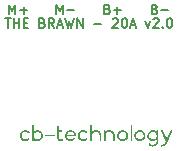
<source format=gbr>
%TF.GenerationSoftware,KiCad,Pcbnew,7.0.2-6a45011f42~172~ubuntu22.04.1*%
%TF.CreationDate,2023-05-29T23:07:21+12:00*%
%TF.ProjectId,THE_BRAWN-20A_POWER,5448455f-4252-4415-974e-2d3230415f50,v2.0*%
%TF.SameCoordinates,Original*%
%TF.FileFunction,Legend,Top*%
%TF.FilePolarity,Positive*%
%FSLAX46Y46*%
G04 Gerber Fmt 4.6, Leading zero omitted, Abs format (unit mm)*
G04 Created by KiCad (PCBNEW 7.0.2-6a45011f42~172~ubuntu22.04.1) date 2023-05-29 23:07:21*
%MOMM*%
%LPD*%
G01*
G04 APERTURE LIST*
%ADD10C,0.150000*%
G04 APERTURE END LIST*
D10*
X138738095Y-153320095D02*
X138738095Y-152520095D01*
X138738095Y-152520095D02*
X139004761Y-153091523D01*
X139004761Y-153091523D02*
X139271428Y-152520095D01*
X139271428Y-152520095D02*
X139271428Y-153320095D01*
X139652381Y-153015333D02*
X140261905Y-153015333D01*
X139957143Y-153320095D02*
X139957143Y-152710571D01*
X147061904Y-152901047D02*
X147176190Y-152939142D01*
X147176190Y-152939142D02*
X147214285Y-152977238D01*
X147214285Y-152977238D02*
X147252381Y-153053428D01*
X147252381Y-153053428D02*
X147252381Y-153167714D01*
X147252381Y-153167714D02*
X147214285Y-153243904D01*
X147214285Y-153243904D02*
X147176190Y-153282000D01*
X147176190Y-153282000D02*
X147100000Y-153320095D01*
X147100000Y-153320095D02*
X146795238Y-153320095D01*
X146795238Y-153320095D02*
X146795238Y-152520095D01*
X146795238Y-152520095D02*
X147061904Y-152520095D01*
X147061904Y-152520095D02*
X147138095Y-152558190D01*
X147138095Y-152558190D02*
X147176190Y-152596285D01*
X147176190Y-152596285D02*
X147214285Y-152672476D01*
X147214285Y-152672476D02*
X147214285Y-152748666D01*
X147214285Y-152748666D02*
X147176190Y-152824857D01*
X147176190Y-152824857D02*
X147138095Y-152862952D01*
X147138095Y-152862952D02*
X147061904Y-152901047D01*
X147061904Y-152901047D02*
X146795238Y-152901047D01*
X147595238Y-153015333D02*
X148204762Y-153015333D01*
X147900000Y-153320095D02*
X147900000Y-152710571D01*
X138395237Y-153670095D02*
X138852380Y-153670095D01*
X138623808Y-154470095D02*
X138623808Y-153670095D01*
X139119047Y-154470095D02*
X139119047Y-153670095D01*
X139119047Y-154051047D02*
X139576190Y-154051047D01*
X139576190Y-154470095D02*
X139576190Y-153670095D01*
X139957142Y-154051047D02*
X140223808Y-154051047D01*
X140338094Y-154470095D02*
X139957142Y-154470095D01*
X139957142Y-154470095D02*
X139957142Y-153670095D01*
X139957142Y-153670095D02*
X140338094Y-153670095D01*
X141557142Y-154051047D02*
X141671428Y-154089142D01*
X141671428Y-154089142D02*
X141709523Y-154127238D01*
X141709523Y-154127238D02*
X141747619Y-154203428D01*
X141747619Y-154203428D02*
X141747619Y-154317714D01*
X141747619Y-154317714D02*
X141709523Y-154393904D01*
X141709523Y-154393904D02*
X141671428Y-154432000D01*
X141671428Y-154432000D02*
X141595238Y-154470095D01*
X141595238Y-154470095D02*
X141290476Y-154470095D01*
X141290476Y-154470095D02*
X141290476Y-153670095D01*
X141290476Y-153670095D02*
X141557142Y-153670095D01*
X141557142Y-153670095D02*
X141633333Y-153708190D01*
X141633333Y-153708190D02*
X141671428Y-153746285D01*
X141671428Y-153746285D02*
X141709523Y-153822476D01*
X141709523Y-153822476D02*
X141709523Y-153898666D01*
X141709523Y-153898666D02*
X141671428Y-153974857D01*
X141671428Y-153974857D02*
X141633333Y-154012952D01*
X141633333Y-154012952D02*
X141557142Y-154051047D01*
X141557142Y-154051047D02*
X141290476Y-154051047D01*
X142547619Y-154470095D02*
X142280952Y-154089142D01*
X142090476Y-154470095D02*
X142090476Y-153670095D01*
X142090476Y-153670095D02*
X142395238Y-153670095D01*
X142395238Y-153670095D02*
X142471428Y-153708190D01*
X142471428Y-153708190D02*
X142509523Y-153746285D01*
X142509523Y-153746285D02*
X142547619Y-153822476D01*
X142547619Y-153822476D02*
X142547619Y-153936761D01*
X142547619Y-153936761D02*
X142509523Y-154012952D01*
X142509523Y-154012952D02*
X142471428Y-154051047D01*
X142471428Y-154051047D02*
X142395238Y-154089142D01*
X142395238Y-154089142D02*
X142090476Y-154089142D01*
X142852380Y-154241523D02*
X143233333Y-154241523D01*
X142776190Y-154470095D02*
X143042857Y-153670095D01*
X143042857Y-153670095D02*
X143309523Y-154470095D01*
X143499999Y-153670095D02*
X143690475Y-154470095D01*
X143690475Y-154470095D02*
X143842856Y-153898666D01*
X143842856Y-153898666D02*
X143995237Y-154470095D01*
X143995237Y-154470095D02*
X144185714Y-153670095D01*
X144490476Y-154470095D02*
X144490476Y-153670095D01*
X144490476Y-153670095D02*
X144947619Y-154470095D01*
X144947619Y-154470095D02*
X144947619Y-153670095D01*
X145938095Y-154165333D02*
X146547619Y-154165333D01*
X147499999Y-153746285D02*
X147538095Y-153708190D01*
X147538095Y-153708190D02*
X147614285Y-153670095D01*
X147614285Y-153670095D02*
X147804761Y-153670095D01*
X147804761Y-153670095D02*
X147880952Y-153708190D01*
X147880952Y-153708190D02*
X147919047Y-153746285D01*
X147919047Y-153746285D02*
X147957142Y-153822476D01*
X147957142Y-153822476D02*
X147957142Y-153898666D01*
X147957142Y-153898666D02*
X147919047Y-154012952D01*
X147919047Y-154012952D02*
X147461904Y-154470095D01*
X147461904Y-154470095D02*
X147957142Y-154470095D01*
X148452381Y-153670095D02*
X148528571Y-153670095D01*
X148528571Y-153670095D02*
X148604762Y-153708190D01*
X148604762Y-153708190D02*
X148642857Y-153746285D01*
X148642857Y-153746285D02*
X148680952Y-153822476D01*
X148680952Y-153822476D02*
X148719047Y-153974857D01*
X148719047Y-153974857D02*
X148719047Y-154165333D01*
X148719047Y-154165333D02*
X148680952Y-154317714D01*
X148680952Y-154317714D02*
X148642857Y-154393904D01*
X148642857Y-154393904D02*
X148604762Y-154432000D01*
X148604762Y-154432000D02*
X148528571Y-154470095D01*
X148528571Y-154470095D02*
X148452381Y-154470095D01*
X148452381Y-154470095D02*
X148376190Y-154432000D01*
X148376190Y-154432000D02*
X148338095Y-154393904D01*
X148338095Y-154393904D02*
X148300000Y-154317714D01*
X148300000Y-154317714D02*
X148261904Y-154165333D01*
X148261904Y-154165333D02*
X148261904Y-153974857D01*
X148261904Y-153974857D02*
X148300000Y-153822476D01*
X148300000Y-153822476D02*
X148338095Y-153746285D01*
X148338095Y-153746285D02*
X148376190Y-153708190D01*
X148376190Y-153708190D02*
X148452381Y-153670095D01*
X149023809Y-154241523D02*
X149404762Y-154241523D01*
X148947619Y-154470095D02*
X149214286Y-153670095D01*
X149214286Y-153670095D02*
X149480952Y-154470095D01*
X150280952Y-153936761D02*
X150471428Y-154470095D01*
X150471428Y-154470095D02*
X150661905Y-153936761D01*
X150928571Y-153746285D02*
X150966667Y-153708190D01*
X150966667Y-153708190D02*
X151042857Y-153670095D01*
X151042857Y-153670095D02*
X151233333Y-153670095D01*
X151233333Y-153670095D02*
X151309524Y-153708190D01*
X151309524Y-153708190D02*
X151347619Y-153746285D01*
X151347619Y-153746285D02*
X151385714Y-153822476D01*
X151385714Y-153822476D02*
X151385714Y-153898666D01*
X151385714Y-153898666D02*
X151347619Y-154012952D01*
X151347619Y-154012952D02*
X150890476Y-154470095D01*
X150890476Y-154470095D02*
X151385714Y-154470095D01*
X151728572Y-154393904D02*
X151766667Y-154432000D01*
X151766667Y-154432000D02*
X151728572Y-154470095D01*
X151728572Y-154470095D02*
X151690476Y-154432000D01*
X151690476Y-154432000D02*
X151728572Y-154393904D01*
X151728572Y-154393904D02*
X151728572Y-154470095D01*
X152261905Y-153670095D02*
X152338095Y-153670095D01*
X152338095Y-153670095D02*
X152414286Y-153708190D01*
X152414286Y-153708190D02*
X152452381Y-153746285D01*
X152452381Y-153746285D02*
X152490476Y-153822476D01*
X152490476Y-153822476D02*
X152528571Y-153974857D01*
X152528571Y-153974857D02*
X152528571Y-154165333D01*
X152528571Y-154165333D02*
X152490476Y-154317714D01*
X152490476Y-154317714D02*
X152452381Y-154393904D01*
X152452381Y-154393904D02*
X152414286Y-154432000D01*
X152414286Y-154432000D02*
X152338095Y-154470095D01*
X152338095Y-154470095D02*
X152261905Y-154470095D01*
X152261905Y-154470095D02*
X152185714Y-154432000D01*
X152185714Y-154432000D02*
X152147619Y-154393904D01*
X152147619Y-154393904D02*
X152109524Y-154317714D01*
X152109524Y-154317714D02*
X152071428Y-154165333D01*
X152071428Y-154165333D02*
X152071428Y-153974857D01*
X152071428Y-153974857D02*
X152109524Y-153822476D01*
X152109524Y-153822476D02*
X152147619Y-153746285D01*
X152147619Y-153746285D02*
X152185714Y-153708190D01*
X152185714Y-153708190D02*
X152261905Y-153670095D01*
X142738095Y-153320095D02*
X142738095Y-152520095D01*
X142738095Y-152520095D02*
X143004761Y-153091523D01*
X143004761Y-153091523D02*
X143271428Y-152520095D01*
X143271428Y-152520095D02*
X143271428Y-153320095D01*
X143652381Y-153015333D02*
X144261905Y-153015333D01*
X151061904Y-152901047D02*
X151176190Y-152939142D01*
X151176190Y-152939142D02*
X151214285Y-152977238D01*
X151214285Y-152977238D02*
X151252381Y-153053428D01*
X151252381Y-153053428D02*
X151252381Y-153167714D01*
X151252381Y-153167714D02*
X151214285Y-153243904D01*
X151214285Y-153243904D02*
X151176190Y-153282000D01*
X151176190Y-153282000D02*
X151100000Y-153320095D01*
X151100000Y-153320095D02*
X150795238Y-153320095D01*
X150795238Y-153320095D02*
X150795238Y-152520095D01*
X150795238Y-152520095D02*
X151061904Y-152520095D01*
X151061904Y-152520095D02*
X151138095Y-152558190D01*
X151138095Y-152558190D02*
X151176190Y-152596285D01*
X151176190Y-152596285D02*
X151214285Y-152672476D01*
X151214285Y-152672476D02*
X151214285Y-152748666D01*
X151214285Y-152748666D02*
X151176190Y-152824857D01*
X151176190Y-152824857D02*
X151138095Y-152862952D01*
X151138095Y-152862952D02*
X151061904Y-152901047D01*
X151061904Y-152901047D02*
X150795238Y-152901047D01*
X151595238Y-153015333D02*
X152204762Y-153015333D01*
%TO.C,G\u002A\u002A\u002A*%
G36*
X149108387Y-162672634D02*
G01*
X149130509Y-162680371D01*
X149131911Y-162681171D01*
X149146816Y-162692740D01*
X149158759Y-162707003D01*
X149160042Y-162709143D01*
X149169669Y-162726272D01*
X149169669Y-163370198D01*
X149169669Y-164014123D01*
X149158735Y-164032780D01*
X149143505Y-164050800D01*
X149123480Y-164062887D01*
X149100627Y-164068423D01*
X149076911Y-164066789D01*
X149064124Y-164062572D01*
X149047736Y-164051484D01*
X149033642Y-164034769D01*
X149024270Y-164015400D01*
X149023551Y-164012941D01*
X149022855Y-164006270D01*
X149022236Y-163991667D01*
X149021692Y-163969075D01*
X149021223Y-163938434D01*
X149020829Y-163899686D01*
X149020511Y-163852771D01*
X149020267Y-163797632D01*
X149020097Y-163734209D01*
X149020001Y-163662443D01*
X149019978Y-163582276D01*
X149020030Y-163493649D01*
X149020154Y-163396503D01*
X149020214Y-163360725D01*
X149020372Y-163274139D01*
X149020528Y-163195736D01*
X149020687Y-163125102D01*
X149020855Y-163061822D01*
X149021036Y-163005480D01*
X149021237Y-162955661D01*
X149021464Y-162911951D01*
X149021721Y-162873934D01*
X149022014Y-162841195D01*
X149022349Y-162813320D01*
X149022731Y-162789893D01*
X149023166Y-162770499D01*
X149023659Y-162754724D01*
X149024216Y-162742152D01*
X149024843Y-162732369D01*
X149025544Y-162724958D01*
X149026326Y-162719506D01*
X149027194Y-162715597D01*
X149028153Y-162712816D01*
X149028864Y-162711351D01*
X149043702Y-162692305D01*
X149063135Y-162679142D01*
X149085312Y-162672405D01*
X149108387Y-162672634D01*
G37*
G36*
X142269168Y-163527109D02*
G01*
X142323302Y-163527140D01*
X142370013Y-163527208D01*
X142409892Y-163527326D01*
X142443525Y-163527509D01*
X142471501Y-163527768D01*
X142494409Y-163528119D01*
X142512837Y-163528573D01*
X142527373Y-163529146D01*
X142538605Y-163529849D01*
X142547123Y-163530697D01*
X142553514Y-163531703D01*
X142558367Y-163532880D01*
X142562270Y-163534242D01*
X142564653Y-163535268D01*
X142582424Y-163547530D01*
X142596968Y-163565451D01*
X142606135Y-163586158D01*
X142607515Y-163592483D01*
X142606952Y-163613758D01*
X142599563Y-163635107D01*
X142586733Y-163654061D01*
X142569850Y-163668150D01*
X142563127Y-163671523D01*
X142556098Y-163672664D01*
X142541287Y-163673692D01*
X142519498Y-163674605D01*
X142491535Y-163675404D01*
X142458205Y-163676090D01*
X142420311Y-163676662D01*
X142378658Y-163677120D01*
X142334051Y-163677466D01*
X142287295Y-163677698D01*
X142239194Y-163677818D01*
X142190554Y-163677826D01*
X142142177Y-163677721D01*
X142094871Y-163677504D01*
X142049439Y-163677175D01*
X142006685Y-163676735D01*
X141967416Y-163676183D01*
X141932435Y-163675520D01*
X141902546Y-163674746D01*
X141878556Y-163673861D01*
X141861269Y-163672865D01*
X141851488Y-163671759D01*
X141849973Y-163671339D01*
X141832361Y-163659413D01*
X141818208Y-163641771D01*
X141808917Y-163620955D01*
X141805885Y-163599506D01*
X141806535Y-163592483D01*
X141813669Y-163571500D01*
X141826827Y-163552442D01*
X141843855Y-163538181D01*
X141849396Y-163535268D01*
X141852991Y-163533774D01*
X141857140Y-163532474D01*
X141862432Y-163531355D01*
X141869456Y-163530402D01*
X141878799Y-163529603D01*
X141891049Y-163528944D01*
X141906796Y-163528412D01*
X141926628Y-163527993D01*
X141951133Y-163527674D01*
X141980899Y-163527441D01*
X142016514Y-163527281D01*
X142058568Y-163527181D01*
X142107647Y-163527126D01*
X142164342Y-163527105D01*
X142207025Y-163527102D01*
X142269168Y-163527109D01*
G37*
G36*
X149878519Y-163142462D02*
G01*
X149927558Y-163152588D01*
X149980793Y-163170567D01*
X150032214Y-163196212D01*
X150080864Y-163228635D01*
X150125787Y-163266946D01*
X150166027Y-163310257D01*
X150200629Y-163357678D01*
X150228635Y-163408320D01*
X150244562Y-163447377D01*
X150259626Y-163502957D01*
X150267832Y-163561795D01*
X150269170Y-163621948D01*
X150263629Y-163681472D01*
X150251199Y-163738423D01*
X150246247Y-163754350D01*
X150223617Y-163808837D01*
X150193551Y-163860154D01*
X150156866Y-163907543D01*
X150114379Y-163950247D01*
X150066908Y-163987509D01*
X150015269Y-164018570D01*
X149960280Y-164042675D01*
X149922549Y-164054404D01*
X149891614Y-164060623D01*
X149855350Y-164064936D01*
X149816582Y-164067236D01*
X149778133Y-164067419D01*
X149742828Y-164065380D01*
X149718491Y-164062029D01*
X149657115Y-164046225D01*
X149599557Y-164022719D01*
X149545839Y-163991521D01*
X149495980Y-163952642D01*
X149462157Y-163919553D01*
X149421903Y-163870940D01*
X149389771Y-163819821D01*
X149365548Y-163765689D01*
X149349023Y-163708036D01*
X149339981Y-163646357D01*
X149338627Y-163625546D01*
X149339210Y-163585129D01*
X149489029Y-163585129D01*
X149489768Y-163636628D01*
X149498029Y-163684555D01*
X149514086Y-163729963D01*
X149537972Y-163773534D01*
X149570110Y-163815657D01*
X149607580Y-163851093D01*
X149650041Y-163879604D01*
X149697156Y-163900951D01*
X149735021Y-163912044D01*
X149761253Y-163915947D01*
X149792728Y-163917291D01*
X149826524Y-163916222D01*
X149859722Y-163912885D01*
X149889401Y-163907425D01*
X149902692Y-163903724D01*
X149948064Y-163885031D01*
X149988957Y-163859561D01*
X150021040Y-163832160D01*
X150056542Y-163792239D01*
X150084200Y-163748912D01*
X150103909Y-163702446D01*
X150115563Y-163653106D01*
X150119058Y-163601159D01*
X150118495Y-163585031D01*
X150112831Y-163537114D01*
X150101275Y-163494077D01*
X150083162Y-163454456D01*
X150057823Y-163416782D01*
X150025370Y-163380371D01*
X150006087Y-163361522D01*
X149990226Y-163347538D01*
X149975610Y-163336759D01*
X149960060Y-163327525D01*
X149947834Y-163321279D01*
X149916810Y-163307305D01*
X149888798Y-163297763D01*
X149860721Y-163291954D01*
X149829502Y-163289184D01*
X149803809Y-163288679D01*
X149768503Y-163289719D01*
X149738519Y-163293304D01*
X149710778Y-163300130D01*
X149682205Y-163310893D01*
X149659784Y-163321279D01*
X149642354Y-163330409D01*
X149627340Y-163339956D01*
X149612562Y-163351579D01*
X149595844Y-163366937D01*
X149582248Y-163380371D01*
X149549032Y-163417758D01*
X149523732Y-163455685D01*
X149505711Y-163495554D01*
X149494328Y-163538768D01*
X149489029Y-163585129D01*
X149339210Y-163585129D01*
X149339562Y-163560769D01*
X149348517Y-163499074D01*
X149365466Y-163440529D01*
X149390380Y-163385205D01*
X149423233Y-163333171D01*
X149463998Y-163284497D01*
X149477433Y-163270885D01*
X149526002Y-163229182D01*
X149578399Y-163195023D01*
X149634074Y-163168554D01*
X149692475Y-163149918D01*
X149753050Y-163139260D01*
X149815249Y-163136727D01*
X149878519Y-163142462D01*
G37*
G36*
X140192777Y-163143760D02*
G01*
X140254447Y-163158758D01*
X140275823Y-163165961D01*
X140304870Y-163178096D01*
X140334908Y-163193519D01*
X140364535Y-163211242D01*
X140392353Y-163230279D01*
X140416963Y-163249642D01*
X140436964Y-163268347D01*
X140450958Y-163285404D01*
X140454890Y-163292214D01*
X140462220Y-163315780D01*
X140462084Y-163338661D01*
X140455418Y-163359631D01*
X140443162Y-163377466D01*
X140426254Y-163390941D01*
X140405631Y-163398830D01*
X140382232Y-163399909D01*
X140373531Y-163398445D01*
X140364817Y-163396305D01*
X140357501Y-163393670D01*
X140349979Y-163389514D01*
X140340651Y-163382811D01*
X140327916Y-163372534D01*
X140311070Y-163358414D01*
X140274616Y-163332281D01*
X140233840Y-163310982D01*
X140192824Y-163296463D01*
X140168896Y-163291986D01*
X140139598Y-163289383D01*
X140107877Y-163288662D01*
X140076676Y-163289829D01*
X140048939Y-163292895D01*
X140033751Y-163296017D01*
X139985935Y-163313001D01*
X139941523Y-163337463D01*
X139901426Y-163368656D01*
X139866552Y-163405829D01*
X139837810Y-163448235D01*
X139829171Y-163464574D01*
X139813302Y-163501682D01*
X139803258Y-163537770D01*
X139798476Y-163575669D01*
X139798394Y-163618212D01*
X139798447Y-163619347D01*
X139803921Y-163668893D01*
X139815754Y-163713512D01*
X139834525Y-163754517D01*
X139860817Y-163793219D01*
X139889726Y-163825501D01*
X139927205Y-163858755D01*
X139966043Y-163883991D01*
X140007508Y-163901765D01*
X140052864Y-163912632D01*
X140098240Y-163916972D01*
X140131667Y-163917366D01*
X140159419Y-163915513D01*
X140179926Y-163912184D01*
X140212744Y-163902531D01*
X140247690Y-163887436D01*
X140281824Y-163868402D01*
X140312202Y-163846931D01*
X140319191Y-163841075D01*
X140339928Y-163824333D01*
X140357547Y-163813616D01*
X140374080Y-163808067D01*
X140391562Y-163806826D01*
X140399140Y-163807331D01*
X140422740Y-163813496D01*
X140441726Y-163826661D01*
X140455224Y-163846215D01*
X140455485Y-163846782D01*
X140462311Y-163867548D01*
X140463123Y-163887466D01*
X140457559Y-163907127D01*
X140445257Y-163927127D01*
X140425858Y-163948058D01*
X140398998Y-163970514D01*
X140365861Y-163994056D01*
X140317894Y-164021779D01*
X140265647Y-164044028D01*
X140225068Y-164056383D01*
X140200472Y-164061005D01*
X140169930Y-164064398D01*
X140136018Y-164066483D01*
X140101312Y-164067180D01*
X140068387Y-164066410D01*
X140039819Y-164064093D01*
X140028684Y-164062456D01*
X139969329Y-164047651D01*
X139912590Y-164024785D01*
X139858957Y-163994128D01*
X139808920Y-163955949D01*
X139773103Y-163921546D01*
X139732369Y-163872962D01*
X139699737Y-163821810D01*
X139675089Y-163767765D01*
X139658306Y-163710507D01*
X139649270Y-163649712D01*
X139647863Y-163585060D01*
X139648017Y-163581070D01*
X139653512Y-163522161D01*
X139665090Y-163468263D01*
X139683207Y-163417889D01*
X139708317Y-163369550D01*
X139716706Y-163356110D01*
X139755129Y-163304177D01*
X139798620Y-163258836D01*
X139846557Y-163220297D01*
X139898320Y-163188773D01*
X139953288Y-163164475D01*
X140010839Y-163147613D01*
X140070351Y-163138399D01*
X140131204Y-163137044D01*
X140192777Y-163143760D01*
G37*
G36*
X142913874Y-162769847D02*
G01*
X142934392Y-162781221D01*
X142950130Y-162799567D01*
X142952933Y-162804613D01*
X142955183Y-162809420D01*
X142957003Y-162814729D01*
X142958440Y-162821454D01*
X142959538Y-162830508D01*
X142960342Y-162842806D01*
X142960898Y-162859260D01*
X142961251Y-162880784D01*
X142961446Y-162908293D01*
X142961529Y-162942699D01*
X142961544Y-162978587D01*
X142961544Y-163135681D01*
X143070100Y-163135775D01*
X143107216Y-163135925D01*
X143136828Y-163136430D01*
X143160028Y-163137476D01*
X143177907Y-163139253D01*
X143191560Y-163141948D01*
X143202078Y-163145748D01*
X143210554Y-163150842D01*
X143218079Y-163157419D01*
X143222437Y-163161984D01*
X143235064Y-163181605D01*
X143240559Y-163203681D01*
X143239236Y-163226355D01*
X143231405Y-163247774D01*
X143217376Y-163266084D01*
X143203213Y-163276527D01*
X143197698Y-163279444D01*
X143192047Y-163281703D01*
X143185133Y-163283389D01*
X143175830Y-163284585D01*
X143163013Y-163285376D01*
X143145556Y-163285844D01*
X143122331Y-163286074D01*
X143092214Y-163286149D01*
X143073660Y-163286155D01*
X142961236Y-163286155D01*
X142962465Y-163553783D01*
X142963694Y-163821412D01*
X142975689Y-163845839D01*
X142992737Y-163872369D01*
X143015725Y-163893769D01*
X143035826Y-163906265D01*
X143046786Y-163911225D01*
X143058507Y-163914187D01*
X143073676Y-163915608D01*
X143092671Y-163915948D01*
X143114659Y-163915364D01*
X143131723Y-163912928D01*
X143146599Y-163907640D01*
X143162021Y-163898503D01*
X143180725Y-163884518D01*
X143182415Y-163883184D01*
X143207349Y-163867641D01*
X143232016Y-163860625D01*
X143256272Y-163862149D01*
X143279975Y-163872228D01*
X143282449Y-163873798D01*
X143297642Y-163888575D01*
X143307764Y-163908441D01*
X143311999Y-163931014D01*
X143309704Y-163953254D01*
X143301456Y-163970674D01*
X143286295Y-163989302D01*
X143265602Y-164008076D01*
X143240756Y-164025931D01*
X143213138Y-164041803D01*
X143184129Y-164054627D01*
X143173411Y-164058357D01*
X143156022Y-164062199D01*
X143132721Y-164064966D01*
X143106136Y-164066588D01*
X143078897Y-164066990D01*
X143053630Y-164066101D01*
X143032963Y-164063849D01*
X143026033Y-164062415D01*
X142982107Y-164047028D01*
X142941385Y-164024599D01*
X142904755Y-163996061D01*
X142873105Y-163962350D01*
X142847324Y-163924400D01*
X142828299Y-163883147D01*
X142817497Y-163842904D01*
X142816522Y-163836187D01*
X142815650Y-163827276D01*
X142814877Y-163815704D01*
X142814196Y-163801007D01*
X142813603Y-163782718D01*
X142813090Y-163760371D01*
X142812654Y-163733501D01*
X142812287Y-163701642D01*
X142811985Y-163664329D01*
X142811742Y-163621096D01*
X142811552Y-163571476D01*
X142811410Y-163515005D01*
X142811310Y-163451216D01*
X142811247Y-163379644D01*
X142811220Y-163320520D01*
X142811233Y-163240931D01*
X142811322Y-163167366D01*
X142811484Y-163100079D01*
X142811718Y-163039324D01*
X142812022Y-162985355D01*
X142812392Y-162938426D01*
X142812829Y-162898791D01*
X142813328Y-162866703D01*
X142813889Y-162842416D01*
X142814509Y-162826184D01*
X142815186Y-162818262D01*
X142815285Y-162817831D01*
X142823630Y-162800876D01*
X142837509Y-162784681D01*
X142854195Y-162772397D01*
X142854924Y-162772010D01*
X142866048Y-162768465D01*
X142881262Y-162766281D01*
X142889395Y-162765945D01*
X142913874Y-162769847D01*
G37*
G36*
X145058433Y-163139025D02*
G01*
X145116718Y-163147842D01*
X145173132Y-163163636D01*
X145226740Y-163186255D01*
X145276606Y-163215542D01*
X145321791Y-163251344D01*
X145331152Y-163260218D01*
X145347201Y-163276976D01*
X145357544Y-163290561D01*
X145363485Y-163302780D01*
X145364655Y-163306640D01*
X145367369Y-163331659D01*
X145362558Y-163354452D01*
X145351152Y-163373792D01*
X145334083Y-163388452D01*
X145312283Y-163397206D01*
X145294381Y-163399164D01*
X145281062Y-163398607D01*
X145269785Y-163396312D01*
X145258648Y-163391339D01*
X145245749Y-163382748D01*
X145229189Y-163369601D01*
X145221438Y-163363129D01*
X145177711Y-163331889D01*
X145129650Y-163308071D01*
X145102573Y-163298511D01*
X145075986Y-163292647D01*
X145044105Y-163289215D01*
X145009896Y-163288251D01*
X144976323Y-163289790D01*
X144946351Y-163293867D01*
X144934902Y-163296519D01*
X144888056Y-163313605D01*
X144844227Y-163338173D01*
X144804489Y-163369331D01*
X144769919Y-163406185D01*
X144741589Y-163447841D01*
X144732766Y-163464574D01*
X144719021Y-163496363D01*
X144709883Y-163527001D01*
X144704705Y-163559468D01*
X144702840Y-163596741D01*
X144702806Y-163602537D01*
X144705888Y-163653426D01*
X144715595Y-163699480D01*
X144732401Y-163741851D01*
X144756782Y-163781691D01*
X144789212Y-163820151D01*
X144795004Y-163826077D01*
X144813639Y-163844253D01*
X144829155Y-163857756D01*
X144844041Y-163868430D01*
X144860786Y-163878123D01*
X144874713Y-163885196D01*
X144923049Y-163904393D01*
X144972743Y-163915515D01*
X145022885Y-163918632D01*
X145072562Y-163913814D01*
X145120862Y-163901128D01*
X145166873Y-163880644D01*
X145198646Y-163860697D01*
X145212894Y-163850056D01*
X145225348Y-163839962D01*
X145233430Y-163832509D01*
X145233701Y-163832212D01*
X145252312Y-163817561D01*
X145275014Y-163808964D01*
X145299388Y-163806858D01*
X145323016Y-163811678D01*
X145330172Y-163814829D01*
X145347991Y-163828406D01*
X145360313Y-163847017D01*
X145366681Y-163868729D01*
X145366636Y-163891610D01*
X145359720Y-163913726D01*
X145355379Y-163921252D01*
X145340245Y-163939441D01*
X145318462Y-163959200D01*
X145291582Y-163979514D01*
X145261156Y-163999367D01*
X145228735Y-164017743D01*
X145195871Y-164033626D01*
X145165683Y-164045471D01*
X145122594Y-164057107D01*
X145074672Y-164064794D01*
X145024829Y-164068322D01*
X144975972Y-164067482D01*
X144932040Y-164062253D01*
X144880804Y-164049688D01*
X144830288Y-164030434D01*
X144805058Y-164018308D01*
X144771589Y-163999524D01*
X144741126Y-163978555D01*
X144711422Y-163953667D01*
X144680230Y-163923126D01*
X144676112Y-163918822D01*
X144636578Y-163872112D01*
X144604992Y-163823172D01*
X144580781Y-163770914D01*
X144563371Y-163714254D01*
X144559932Y-163698883D01*
X144555561Y-163669359D01*
X144553205Y-163634413D01*
X144552803Y-163596616D01*
X144554294Y-163558541D01*
X144557615Y-163522761D01*
X144562707Y-163491847D01*
X144565131Y-163481771D01*
X144575501Y-163450028D01*
X144589945Y-163415129D01*
X144606916Y-163380422D01*
X144624866Y-163349258D01*
X144629928Y-163341518D01*
X144655214Y-163308811D01*
X144686514Y-163275756D01*
X144721822Y-163244044D01*
X144759133Y-163215369D01*
X144796441Y-163191422D01*
X144825312Y-163176640D01*
X144881717Y-163155995D01*
X144939996Y-163142947D01*
X144999213Y-163137342D01*
X145058433Y-163139025D01*
G37*
G36*
X148428527Y-163142790D02*
G01*
X148488125Y-163156924D01*
X148545197Y-163179010D01*
X148599167Y-163208844D01*
X148649456Y-163246221D01*
X148675400Y-163269983D01*
X148718765Y-163318187D01*
X148754156Y-163369601D01*
X148781595Y-163424273D01*
X148801104Y-163482250D01*
X148812704Y-163543581D01*
X148815567Y-163575895D01*
X148815166Y-163640254D01*
X148806595Y-163702012D01*
X148789939Y-163760943D01*
X148765285Y-163816819D01*
X148732719Y-163869415D01*
X148692328Y-163918503D01*
X148680192Y-163931026D01*
X148632808Y-163973212D01*
X148583041Y-164007379D01*
X148530184Y-164033939D01*
X148473531Y-164053306D01*
X148469401Y-164054404D01*
X148438466Y-164060623D01*
X148402202Y-164064936D01*
X148363434Y-164067236D01*
X148324985Y-164067419D01*
X148289679Y-164065380D01*
X148265343Y-164062029D01*
X148204982Y-164046372D01*
X148147916Y-164023121D01*
X148094759Y-163992848D01*
X148046124Y-163956123D01*
X148002626Y-163913516D01*
X147964879Y-163865598D01*
X147933498Y-163812941D01*
X147909095Y-163756114D01*
X147898228Y-163720890D01*
X147893920Y-163703583D01*
X147890866Y-163687948D01*
X147888844Y-163671798D01*
X147887631Y-163652948D01*
X147887004Y-163629213D01*
X147886838Y-163612719D01*
X148034257Y-163612719D01*
X148039537Y-163662172D01*
X148052853Y-163710171D01*
X148074093Y-163756031D01*
X148103145Y-163799064D01*
X148127099Y-163826153D01*
X148164872Y-163859291D01*
X148206289Y-163885037D01*
X148252326Y-163903932D01*
X148281872Y-163912044D01*
X148305378Y-163915552D01*
X148334355Y-163916994D01*
X148365957Y-163916486D01*
X148397339Y-163914146D01*
X148425654Y-163910090D01*
X148445244Y-163905361D01*
X148491675Y-163886367D01*
X148534584Y-163859940D01*
X148573112Y-163826823D01*
X148606401Y-163787758D01*
X148633592Y-163743488D01*
X148634561Y-163741579D01*
X148652177Y-163697361D01*
X148662645Y-163649799D01*
X148665900Y-163600419D01*
X148661878Y-163550751D01*
X148650513Y-163502323D01*
X148645312Y-163487329D01*
X148627612Y-163450545D01*
X148603036Y-163414310D01*
X148573217Y-163380416D01*
X148539786Y-163350652D01*
X148504376Y-163326811D01*
X148493927Y-163321238D01*
X148463562Y-163307314D01*
X148435801Y-163297779D01*
X148407672Y-163291959D01*
X148376201Y-163289179D01*
X148350661Y-163288679D01*
X148315355Y-163289719D01*
X148285370Y-163293304D01*
X148257630Y-163300130D01*
X148229057Y-163310893D01*
X148206636Y-163321279D01*
X148189130Y-163330461D01*
X148173963Y-163340123D01*
X148158955Y-163351919D01*
X148141932Y-163367503D01*
X148128758Y-163380443D01*
X148110530Y-163399080D01*
X148097047Y-163414231D01*
X148086639Y-163428139D01*
X148077640Y-163443046D01*
X148068381Y-163461196D01*
X148067753Y-163462495D01*
X148048253Y-163512194D01*
X148037125Y-163562497D01*
X148034257Y-163612719D01*
X147886838Y-163612719D01*
X147886796Y-163608599D01*
X147886911Y-163576038D01*
X147887819Y-163549984D01*
X147889662Y-163528370D01*
X147892582Y-163509127D01*
X147894194Y-163501117D01*
X147910728Y-163444251D01*
X147935057Y-163389752D01*
X147966515Y-163338455D01*
X148004437Y-163291190D01*
X148048158Y-163248793D01*
X148097011Y-163212094D01*
X148148596Y-163182767D01*
X148186917Y-163165833D01*
X148223701Y-163153518D01*
X148262309Y-163144881D01*
X148304068Y-163139189D01*
X148366982Y-163136810D01*
X148428527Y-163142790D01*
G37*
G36*
X147277406Y-163140841D02*
G01*
X147335906Y-163152433D01*
X147392562Y-163171589D01*
X147446488Y-163198339D01*
X147466229Y-163210599D01*
X147516982Y-163248998D01*
X147561826Y-163293177D01*
X147600279Y-163342439D01*
X147631857Y-163396087D01*
X147656076Y-163453425D01*
X147670695Y-163505359D01*
X147672649Y-163514659D01*
X147674298Y-163523788D01*
X147675669Y-163533542D01*
X147676787Y-163544719D01*
X147677680Y-163558115D01*
X147678373Y-163574528D01*
X147678893Y-163594753D01*
X147679266Y-163619589D01*
X147679519Y-163649831D01*
X147679677Y-163686276D01*
X147679768Y-163729723D01*
X147679818Y-163780966D01*
X147679818Y-163781264D01*
X147679977Y-164016269D01*
X147667079Y-164034476D01*
X147648968Y-164053729D01*
X147627606Y-164065175D01*
X147605457Y-164068619D01*
X147580392Y-164064634D01*
X147558831Y-164053019D01*
X147545382Y-164039337D01*
X147533802Y-164024163D01*
X147531360Y-163789510D01*
X147530814Y-163738369D01*
X147530305Y-163695052D01*
X147529800Y-163658786D01*
X147529265Y-163628796D01*
X147528666Y-163604310D01*
X147527969Y-163584554D01*
X147527141Y-163568753D01*
X147526147Y-163556134D01*
X147524955Y-163545924D01*
X147523529Y-163537348D01*
X147521837Y-163529633D01*
X147519845Y-163522004D01*
X147519657Y-163521322D01*
X147502161Y-163473482D01*
X147477494Y-163429311D01*
X147446460Y-163389616D01*
X147409864Y-163355202D01*
X147368509Y-163326875D01*
X147323201Y-163305442D01*
X147295193Y-163296423D01*
X147271723Y-163292026D01*
X147242761Y-163289446D01*
X147211166Y-163288684D01*
X147179799Y-163289735D01*
X147151516Y-163292601D01*
X147131822Y-163296519D01*
X147084053Y-163313862D01*
X147039995Y-163338612D01*
X147000317Y-163370132D01*
X146965692Y-163407783D01*
X146936788Y-163450929D01*
X146914279Y-163498932D01*
X146911885Y-163505417D01*
X146909744Y-163511545D01*
X146907924Y-163517499D01*
X146906394Y-163524019D01*
X146905119Y-163531845D01*
X146904067Y-163541718D01*
X146903202Y-163554376D01*
X146902493Y-163570561D01*
X146901906Y-163591013D01*
X146901406Y-163616472D01*
X146900962Y-163647677D01*
X146900538Y-163685370D01*
X146900102Y-163730290D01*
X146899695Y-163774831D01*
X146897512Y-164016301D01*
X146884615Y-164034492D01*
X146873832Y-164047038D01*
X146861584Y-164057593D01*
X146856736Y-164060651D01*
X146837113Y-164066984D01*
X146814750Y-164067963D01*
X146793668Y-164063544D01*
X146788654Y-164061389D01*
X146776667Y-164053230D01*
X146765020Y-164041916D01*
X146762858Y-164039251D01*
X146751338Y-164024149D01*
X146750135Y-163611084D01*
X146749987Y-163552041D01*
X146749894Y-163495320D01*
X146749853Y-163441527D01*
X146749862Y-163391268D01*
X146749920Y-163345149D01*
X146750025Y-163303775D01*
X146750175Y-163267753D01*
X146750369Y-163237688D01*
X146750605Y-163214187D01*
X146750882Y-163197854D01*
X146751196Y-163189297D01*
X146751319Y-163188238D01*
X146755524Y-163179471D01*
X146763608Y-163167942D01*
X146769107Y-163161409D01*
X146788078Y-163146076D01*
X146809655Y-163138024D01*
X146832139Y-163137379D01*
X146853832Y-163144271D01*
X146867985Y-163153952D01*
X146881333Y-163167718D01*
X146890218Y-163182680D01*
X146895754Y-163201358D01*
X146898810Y-163223580D01*
X146901812Y-163255156D01*
X146937279Y-163228450D01*
X146988243Y-163195288D01*
X147042678Y-163169511D01*
X147099697Y-163151147D01*
X147158416Y-163140228D01*
X147217947Y-163136783D01*
X147277406Y-163140841D01*
G37*
G36*
X143975772Y-163138144D02*
G01*
X144036051Y-163147230D01*
X144094947Y-163164263D01*
X144147823Y-163187329D01*
X144201559Y-163219558D01*
X144249856Y-163257921D01*
X144292274Y-163301750D01*
X144328376Y-163350376D01*
X144357721Y-163403130D01*
X144379872Y-163459344D01*
X144394390Y-163518349D01*
X144400528Y-163572535D01*
X144401500Y-163593809D01*
X144401626Y-163608620D01*
X144400663Y-163619086D01*
X144398364Y-163627320D01*
X144394484Y-163635439D01*
X144392895Y-163638311D01*
X144383200Y-163651665D01*
X144371264Y-163663171D01*
X144367564Y-163665776D01*
X144352353Y-163675237D01*
X143990446Y-163677387D01*
X143628538Y-163679536D01*
X143642308Y-163716080D01*
X143664284Y-163762482D01*
X143693216Y-163804271D01*
X143728428Y-163840794D01*
X143769243Y-163871397D01*
X143814986Y-163895425D01*
X143836443Y-163903727D01*
X143850986Y-163908527D01*
X143863653Y-163911850D01*
X143876626Y-163913971D01*
X143892087Y-163915162D01*
X143912216Y-163915696D01*
X143933176Y-163915833D01*
X143959580Y-163915709D01*
X143979594Y-163915026D01*
X143995419Y-163913555D01*
X144009257Y-163911065D01*
X144023309Y-163907328D01*
X144027759Y-163905971D01*
X144063057Y-163892666D01*
X144096397Y-163874898D01*
X144130140Y-163851326D01*
X144145390Y-163839047D01*
X144165279Y-163823600D01*
X144181839Y-163813038D01*
X144193880Y-163808119D01*
X144194029Y-163808090D01*
X144220362Y-163806744D01*
X144243642Y-163812484D01*
X144262803Y-163824496D01*
X144276782Y-163841966D01*
X144284512Y-163864080D01*
X144285715Y-163878151D01*
X144284646Y-163895125D01*
X144280685Y-163909305D01*
X144272702Y-163922783D01*
X144259566Y-163937647D01*
X144246999Y-163949721D01*
X144199344Y-163988026D01*
X144146757Y-164019417D01*
X144089820Y-164043578D01*
X144054440Y-164054309D01*
X144022819Y-164060665D01*
X143985903Y-164065030D01*
X143946547Y-164067299D01*
X143907606Y-164067364D01*
X143871936Y-164065121D01*
X143849436Y-164061932D01*
X143789958Y-164046408D01*
X143733156Y-164022990D01*
X143679716Y-163992151D01*
X143630328Y-163954362D01*
X143585680Y-163910096D01*
X143546459Y-163859824D01*
X143539436Y-163849260D01*
X143512331Y-163799729D01*
X143491732Y-163745676D01*
X143477826Y-163688410D01*
X143470798Y-163629239D01*
X143470837Y-163569470D01*
X143476089Y-163526913D01*
X143631153Y-163526913D01*
X143936938Y-163526913D01*
X143987358Y-163526893D01*
X144035186Y-163526834D01*
X144079737Y-163526741D01*
X144120331Y-163526616D01*
X144156283Y-163526463D01*
X144186913Y-163526284D01*
X144211536Y-163526084D01*
X144229472Y-163525865D01*
X144240036Y-163525632D01*
X144242722Y-163525436D01*
X144241436Y-163520916D01*
X144238097Y-163510674D01*
X144234318Y-163499532D01*
X144213952Y-163452980D01*
X144186937Y-163411131D01*
X144154088Y-163374490D01*
X144116223Y-163343557D01*
X144074159Y-163318836D01*
X144028713Y-163300827D01*
X143980701Y-163290034D01*
X143930942Y-163286959D01*
X143893395Y-163289958D01*
X143845235Y-163300111D01*
X143801651Y-163316632D01*
X143761322Y-163340193D01*
X143722927Y-163371469D01*
X143711250Y-163382796D01*
X143692935Y-163402106D01*
X143679134Y-163419189D01*
X143667605Y-163437138D01*
X143656399Y-163458447D01*
X143647697Y-163476940D01*
X143640345Y-163494070D01*
X143635329Y-163507455D01*
X143633804Y-163512940D01*
X143631153Y-163526913D01*
X143476089Y-163526913D01*
X143478126Y-163510412D01*
X143486206Y-163475322D01*
X143495774Y-163446821D01*
X143509402Y-163414773D01*
X143525598Y-163382195D01*
X143542869Y-163352104D01*
X143558577Y-163329011D01*
X143578190Y-163305456D01*
X143602153Y-163280151D01*
X143628287Y-163255150D01*
X143654415Y-163232512D01*
X143678360Y-163214292D01*
X143684173Y-163210393D01*
X143738276Y-163180397D01*
X143795360Y-163158131D01*
X143854553Y-163143638D01*
X143914981Y-163136961D01*
X143975772Y-163138144D01*
G37*
G36*
X140761725Y-162673045D02*
G01*
X140782277Y-162681701D01*
X140800012Y-162696998D01*
X140812389Y-162716503D01*
X140814033Y-162720483D01*
X140815435Y-162725194D01*
X140816613Y-162731316D01*
X140817587Y-162739528D01*
X140818378Y-162750509D01*
X140819004Y-162764936D01*
X140819485Y-162783488D01*
X140819842Y-162806844D01*
X140820092Y-162835684D01*
X140820256Y-162870684D01*
X140820354Y-162912525D01*
X140820405Y-162961884D01*
X140820421Y-162994880D01*
X140820494Y-163041388D01*
X140820674Y-163085247D01*
X140820949Y-163125718D01*
X140821309Y-163162062D01*
X140821744Y-163193542D01*
X140822244Y-163219419D01*
X140822798Y-163238955D01*
X140823397Y-163251410D01*
X140824029Y-163256046D01*
X140824065Y-163256060D01*
X140829161Y-163253210D01*
X140836799Y-163246273D01*
X140837536Y-163245499D01*
X140845862Y-163238052D01*
X140858885Y-163227935D01*
X140874057Y-163217111D01*
X140877009Y-163215111D01*
X140930856Y-163184006D01*
X140987549Y-163160677D01*
X141046274Y-163145131D01*
X141106216Y-163137374D01*
X141166562Y-163137416D01*
X141226497Y-163145261D01*
X141285206Y-163160919D01*
X141341876Y-163184395D01*
X141387942Y-163210574D01*
X141411610Y-163227807D01*
X141437910Y-163250120D01*
X141464705Y-163275439D01*
X141489863Y-163301686D01*
X141511250Y-163326785D01*
X141521315Y-163340331D01*
X141552995Y-163393603D01*
X141576968Y-163450308D01*
X141593050Y-163509710D01*
X141601053Y-163571072D01*
X141600792Y-163633658D01*
X141599415Y-163649400D01*
X141589260Y-163711817D01*
X141572131Y-163769469D01*
X141547699Y-163823051D01*
X141515633Y-163873257D01*
X141475604Y-163920783D01*
X141465502Y-163931142D01*
X141417598Y-163973795D01*
X141367222Y-164008278D01*
X141313992Y-164034762D01*
X141257525Y-164053416D01*
X141197439Y-164064412D01*
X141160156Y-164067375D01*
X141096537Y-164066783D01*
X141037220Y-164059030D01*
X140981400Y-164043871D01*
X140928270Y-164021063D01*
X140877025Y-163990361D01*
X140855984Y-163975140D01*
X140820515Y-163948180D01*
X140820421Y-163977230D01*
X140817232Y-164007196D01*
X140808101Y-164031958D01*
X140793369Y-164050910D01*
X140773376Y-164063443D01*
X140771868Y-164064033D01*
X140749141Y-164068504D01*
X140725635Y-164066075D01*
X140707057Y-164058451D01*
X140693787Y-164047875D01*
X140682125Y-164034525D01*
X140680209Y-164031603D01*
X140670085Y-164014878D01*
X140670071Y-163602150D01*
X140822938Y-163602150D01*
X140823058Y-163628065D01*
X140823609Y-163647498D01*
X140824837Y-163662562D01*
X140826990Y-163675372D01*
X140830315Y-163688040D01*
X140834501Y-163701033D01*
X140855049Y-163749016D01*
X140882491Y-163792395D01*
X140916146Y-163830533D01*
X140955330Y-163862796D01*
X140999363Y-163888548D01*
X141047561Y-163907152D01*
X141059124Y-163910343D01*
X141089686Y-163915597D01*
X141125139Y-163917553D01*
X141162486Y-163916336D01*
X141198728Y-163912071D01*
X141230870Y-163904884D01*
X141237118Y-163902914D01*
X141282738Y-163883244D01*
X141324087Y-163856786D01*
X141360622Y-163824427D01*
X141391801Y-163787053D01*
X141417081Y-163745551D01*
X141435920Y-163700805D01*
X141447774Y-163653703D01*
X141452101Y-163605129D01*
X141448620Y-163557617D01*
X141437703Y-163509026D01*
X141420544Y-163465372D01*
X141396418Y-163425250D01*
X141364598Y-163387255D01*
X141356032Y-163378589D01*
X141319485Y-163346587D01*
X141282129Y-163322294D01*
X141242206Y-163304871D01*
X141197956Y-163293479D01*
X141168288Y-163289156D01*
X141116541Y-163287595D01*
X141066309Y-163294344D01*
X141018307Y-163309154D01*
X140973252Y-163331774D01*
X140931859Y-163361953D01*
X140914668Y-163377884D01*
X140880555Y-163417468D01*
X140853160Y-163461235D01*
X140834921Y-163503267D01*
X140830211Y-163517469D01*
X140826925Y-163529793D01*
X140824808Y-163542335D01*
X140823608Y-163557190D01*
X140823069Y-163576455D01*
X140822938Y-163602150D01*
X140670071Y-163602150D01*
X140670063Y-163369776D01*
X140670041Y-162724673D01*
X140681493Y-162707012D01*
X140698239Y-162688013D01*
X140718198Y-162676092D01*
X140739863Y-162671139D01*
X140761725Y-162673045D01*
G37*
G36*
X145709483Y-162675382D02*
G01*
X145729709Y-162686389D01*
X145746233Y-162702803D01*
X145755787Y-162720008D01*
X145756902Y-162727453D01*
X145757862Y-162743472D01*
X145758666Y-162768070D01*
X145759314Y-162801248D01*
X145759807Y-162843011D01*
X145760144Y-162893362D01*
X145760325Y-162952304D01*
X145760359Y-162996284D01*
X145760359Y-163260458D01*
X145785080Y-163240322D01*
X145835811Y-163204378D01*
X145890072Y-163175934D01*
X145947062Y-163155077D01*
X146005975Y-163141889D01*
X146066009Y-163136456D01*
X146126361Y-163138862D01*
X146186226Y-163149192D01*
X146244802Y-163167529D01*
X146288852Y-163187329D01*
X146342383Y-163219584D01*
X146390989Y-163258504D01*
X146434055Y-163303333D01*
X146470967Y-163353312D01*
X146501111Y-163407685D01*
X146523873Y-163465695D01*
X146529093Y-163483409D01*
X146540376Y-163524763D01*
X146541828Y-163768829D01*
X146543281Y-164012894D01*
X146533425Y-164030430D01*
X146518534Y-164049013D01*
X146499221Y-164061593D01*
X146477310Y-164067857D01*
X146454627Y-164067495D01*
X146432996Y-164060193D01*
X146418653Y-164050061D01*
X146410196Y-164039970D01*
X146402069Y-164026721D01*
X146400476Y-164023477D01*
X146398692Y-164019148D01*
X146397196Y-164014046D01*
X146395962Y-164007424D01*
X146394964Y-163998532D01*
X146394176Y-163986620D01*
X146393574Y-163970940D01*
X146393132Y-163950742D01*
X146392825Y-163925277D01*
X146392627Y-163893795D01*
X146392513Y-163855548D01*
X146392457Y-163809786D01*
X146392444Y-163786733D01*
X146392388Y-163733933D01*
X146392230Y-163688927D01*
X146391918Y-163650913D01*
X146391394Y-163619086D01*
X146390605Y-163592643D01*
X146389496Y-163570780D01*
X146388010Y-163552693D01*
X146386095Y-163537579D01*
X146383694Y-163524634D01*
X146380752Y-163513054D01*
X146377215Y-163502036D01*
X146373028Y-163490777D01*
X146372027Y-163488220D01*
X146349625Y-163442510D01*
X146320781Y-163401694D01*
X146286330Y-163366280D01*
X146247107Y-163336775D01*
X146203946Y-163313685D01*
X146157682Y-163297519D01*
X146109150Y-163288783D01*
X146059185Y-163287985D01*
X146044645Y-163289299D01*
X146022505Y-163292471D01*
X145999743Y-163296766D01*
X145980309Y-163301412D01*
X145975322Y-163302882D01*
X145936433Y-163319197D01*
X145898357Y-163342666D01*
X145862653Y-163371878D01*
X145830876Y-163405422D01*
X145804585Y-163441885D01*
X145788547Y-163472212D01*
X145783287Y-163484170D01*
X145778810Y-163494908D01*
X145775043Y-163505215D01*
X145771917Y-163515880D01*
X145769362Y-163527690D01*
X145767305Y-163541435D01*
X145765677Y-163557902D01*
X145764407Y-163577881D01*
X145763424Y-163602158D01*
X145762657Y-163631523D01*
X145762037Y-163666764D01*
X145761492Y-163708670D01*
X145760952Y-163758028D01*
X145760690Y-163783042D01*
X145758210Y-164019825D01*
X145747535Y-164035394D01*
X145730691Y-164052986D01*
X145709663Y-164064252D01*
X145686417Y-164068616D01*
X145662918Y-164065501D01*
X145655028Y-164062550D01*
X145635818Y-164049409D01*
X145620839Y-164029344D01*
X145616539Y-164020332D01*
X145615626Y-164017454D01*
X145614800Y-164013131D01*
X145614056Y-164006954D01*
X145613390Y-163998515D01*
X145612798Y-163987405D01*
X145612276Y-163973215D01*
X145611820Y-163955537D01*
X145611426Y-163933961D01*
X145611090Y-163908079D01*
X145610807Y-163877483D01*
X145610573Y-163841764D01*
X145610385Y-163800512D01*
X145610237Y-163753319D01*
X145610127Y-163699777D01*
X145610050Y-163639477D01*
X145610002Y-163572010D01*
X145609978Y-163496967D01*
X145609975Y-163413940D01*
X145609980Y-163369053D01*
X145609996Y-163282614D01*
X145610021Y-163204354D01*
X145610060Y-163133854D01*
X145610118Y-163070697D01*
X145610201Y-163014462D01*
X145610313Y-162964732D01*
X145610459Y-162921086D01*
X145610645Y-162883107D01*
X145610877Y-162850375D01*
X145611158Y-162822471D01*
X145611495Y-162798977D01*
X145611891Y-162779473D01*
X145612354Y-162763541D01*
X145612887Y-162750761D01*
X145613496Y-162740716D01*
X145614186Y-162732985D01*
X145614963Y-162727151D01*
X145615830Y-162722793D01*
X145616794Y-162719494D01*
X145617860Y-162716834D01*
X145618011Y-162716503D01*
X145632070Y-162694462D01*
X145650567Y-162679779D01*
X145673631Y-162672368D01*
X145687765Y-162671361D01*
X145709483Y-162675382D01*
G37*
G36*
X151702729Y-163138589D02*
G01*
X151722826Y-163145911D01*
X151740594Y-163160056D01*
X151745726Y-163166339D01*
X151749050Y-163172337D01*
X151755648Y-163185584D01*
X151765247Y-163205499D01*
X151777576Y-163231496D01*
X151792363Y-163262994D01*
X151809335Y-163299408D01*
X151828221Y-163340155D01*
X151848749Y-163384652D01*
X151870647Y-163432316D01*
X151893642Y-163482562D01*
X151916806Y-163533362D01*
X151940395Y-163585178D01*
X151962958Y-163634726D01*
X151984242Y-163681450D01*
X152003996Y-163724797D01*
X152021965Y-163764211D01*
X152037897Y-163799139D01*
X152051539Y-163829025D01*
X152062638Y-163853316D01*
X152070941Y-163871457D01*
X152076195Y-163882894D01*
X152078148Y-163887072D01*
X152078152Y-163887078D01*
X152080021Y-163883430D01*
X152085198Y-163872501D01*
X152093433Y-163854835D01*
X152104474Y-163830980D01*
X152118071Y-163801480D01*
X152133973Y-163766881D01*
X152151930Y-163727730D01*
X152171689Y-163684571D01*
X152193002Y-163637951D01*
X152215616Y-163588416D01*
X152239281Y-163536510D01*
X152241947Y-163530657D01*
X152272055Y-163464669D01*
X152298835Y-163406190D01*
X152322455Y-163354873D01*
X152343079Y-163310370D01*
X152360873Y-163272333D01*
X152376003Y-163240413D01*
X152388634Y-163214262D01*
X152398932Y-163193534D01*
X152407061Y-163177880D01*
X152413188Y-163166951D01*
X152417479Y-163160400D01*
X152418800Y-163158842D01*
X152438436Y-163144501D01*
X152460776Y-163137672D01*
X152484043Y-163138532D01*
X152506460Y-163147256D01*
X152510389Y-163149758D01*
X152527517Y-163163857D01*
X152537543Y-163179113D01*
X152541839Y-163198128D01*
X152542265Y-163210158D01*
X152542158Y-163214135D01*
X152541768Y-163218356D01*
X152540917Y-163223234D01*
X152539424Y-163229179D01*
X152537112Y-163236604D01*
X152533800Y-163245920D01*
X152529310Y-163257538D01*
X152523463Y-163271872D01*
X152516079Y-163289332D01*
X152506980Y-163310330D01*
X152495987Y-163335278D01*
X152482919Y-163364588D01*
X152467599Y-163398671D01*
X152449847Y-163437938D01*
X152429484Y-163482803D01*
X152406331Y-163533676D01*
X152380209Y-163590969D01*
X152350939Y-163655094D01*
X152318341Y-163726462D01*
X152304425Y-163756923D01*
X152275280Y-163820652D01*
X152246907Y-163882572D01*
X152219532Y-163942195D01*
X152193382Y-163999033D01*
X152168683Y-164052596D01*
X152145663Y-164102396D01*
X152124547Y-164147944D01*
X152105563Y-164188752D01*
X152088936Y-164224330D01*
X152074895Y-164254191D01*
X152063665Y-164277846D01*
X152055473Y-164294805D01*
X152050546Y-164304581D01*
X152049708Y-164306090D01*
X152015527Y-164356216D01*
X151975445Y-164401093D01*
X151930287Y-164440233D01*
X151880881Y-164473148D01*
X151828053Y-164499351D01*
X151772629Y-164518354D01*
X151715435Y-164529670D01*
X151665310Y-164532882D01*
X151644963Y-164532702D01*
X151630971Y-164531829D01*
X151621096Y-164529861D01*
X151613100Y-164526396D01*
X151606654Y-164522348D01*
X151589544Y-164505951D01*
X151578610Y-164485366D01*
X151574247Y-164462595D01*
X151576849Y-164439639D01*
X151586328Y-164419192D01*
X151597009Y-164406474D01*
X151610102Y-164397110D01*
X151627250Y-164390404D01*
X151650096Y-164385661D01*
X151671835Y-164382986D01*
X151705496Y-164378728D01*
X151733671Y-164372905D01*
X151759444Y-164364639D01*
X151785902Y-164353050D01*
X151797763Y-164347081D01*
X151825901Y-164329726D01*
X151854802Y-164307073D01*
X151881820Y-164281488D01*
X151904309Y-164255336D01*
X151911029Y-164245873D01*
X151916958Y-164235814D01*
X151925201Y-164220289D01*
X151935090Y-164200719D01*
X151945956Y-164178527D01*
X151957128Y-164155135D01*
X151967937Y-164131963D01*
X151977715Y-164110435D01*
X151985792Y-164091972D01*
X151991499Y-164077996D01*
X151994166Y-164069928D01*
X151994279Y-164069019D01*
X151992528Y-164064571D01*
X151987428Y-164052820D01*
X151979214Y-164034281D01*
X151968116Y-164009468D01*
X151954368Y-163978896D01*
X151938203Y-163943080D01*
X151919853Y-163902534D01*
X151899550Y-163857773D01*
X151877528Y-163809312D01*
X151854018Y-163757665D01*
X151829254Y-163703347D01*
X151804189Y-163648449D01*
X151773750Y-163581799D01*
X151746706Y-163522507D01*
X151722860Y-163470117D01*
X151702015Y-163424177D01*
X151683974Y-163384230D01*
X151668540Y-163349824D01*
X151655515Y-163320503D01*
X151644702Y-163295813D01*
X151635904Y-163275300D01*
X151628923Y-163258508D01*
X151623562Y-163244985D01*
X151619625Y-163234275D01*
X151616913Y-163225924D01*
X151615230Y-163219477D01*
X151614378Y-163214481D01*
X151614159Y-163210672D01*
X151617881Y-163187283D01*
X151627947Y-163167794D01*
X151642910Y-163152693D01*
X151661325Y-163142467D01*
X151681746Y-163137604D01*
X151702729Y-163138589D01*
G37*
G36*
X151314141Y-163139066D02*
G01*
X151317108Y-163139967D01*
X151335387Y-163149724D01*
X151351727Y-163165023D01*
X151363464Y-163183085D01*
X151366594Y-163191594D01*
X151367413Y-163198083D01*
X151368122Y-163211189D01*
X151368723Y-163231108D01*
X151369216Y-163258034D01*
X151369604Y-163292163D01*
X151369887Y-163333690D01*
X151370067Y-163382810D01*
X151370145Y-163439717D01*
X151370122Y-163504609D01*
X151370000Y-163577678D01*
X151369780Y-163659121D01*
X151369738Y-163672067D01*
X151369502Y-163746916D01*
X151369290Y-163813700D01*
X151369073Y-163872951D01*
X151368823Y-163925200D01*
X151368509Y-163970982D01*
X151368103Y-164010828D01*
X151367577Y-164045270D01*
X151366901Y-164074841D01*
X151366046Y-164100075D01*
X151364983Y-164121503D01*
X151363684Y-164139657D01*
X151362119Y-164155071D01*
X151360260Y-164168276D01*
X151358077Y-164179806D01*
X151355541Y-164190193D01*
X151352624Y-164199969D01*
X151349296Y-164209667D01*
X151345529Y-164219819D01*
X151341294Y-164230959D01*
X151339010Y-164237017D01*
X151317064Y-164285443D01*
X151288181Y-164331500D01*
X151251664Y-164376241D01*
X151235461Y-164393297D01*
X151206085Y-164421674D01*
X151178892Y-164444575D01*
X151151433Y-164463769D01*
X151121260Y-164481026D01*
X151098412Y-164492336D01*
X151070043Y-164505050D01*
X151044575Y-164514653D01*
X151019884Y-164521593D01*
X150993850Y-164526313D01*
X150964347Y-164529261D01*
X150929255Y-164530882D01*
X150913017Y-164531262D01*
X150878624Y-164531607D01*
X150851484Y-164531159D01*
X150830280Y-164529860D01*
X150813697Y-164527651D01*
X150808356Y-164526565D01*
X150746996Y-164509015D01*
X150691145Y-164485166D01*
X150640140Y-164454708D01*
X150615262Y-164436114D01*
X150593407Y-164418064D01*
X150577646Y-164403440D01*
X150567012Y-164390758D01*
X150560538Y-164378538D01*
X150557259Y-164365296D01*
X150556207Y-164349549D01*
X150556178Y-164345496D01*
X150557653Y-164322638D01*
X150562868Y-164305880D01*
X150573010Y-164293110D01*
X150589268Y-164282218D01*
X150592810Y-164280357D01*
X150614540Y-164272401D01*
X150635484Y-164271676D01*
X150656745Y-164278425D01*
X150679426Y-164292887D01*
X150689890Y-164301537D01*
X150723451Y-164328221D01*
X150756610Y-164348655D01*
X150792194Y-164364556D01*
X150795706Y-164365858D01*
X150842788Y-164378660D01*
X150892022Y-164383956D01*
X150941762Y-164381852D01*
X150990361Y-164372454D01*
X151036174Y-164355868D01*
X151048992Y-164349578D01*
X151091309Y-164322682D01*
X151129125Y-164289086D01*
X151161562Y-164249886D01*
X151187744Y-164206179D01*
X151206795Y-164159063D01*
X151209995Y-164148155D01*
X151211989Y-164137435D01*
X151213920Y-164120914D01*
X151215726Y-164100028D01*
X151217348Y-164076214D01*
X151218724Y-164050910D01*
X151219793Y-164025551D01*
X151220497Y-164001576D01*
X151220772Y-163980420D01*
X151220560Y-163963521D01*
X151219800Y-163952315D01*
X151218430Y-163948240D01*
X151218424Y-163948240D01*
X151213850Y-163950870D01*
X151204881Y-163957747D01*
X151194038Y-163966885D01*
X151158925Y-163993398D01*
X151117646Y-164017480D01*
X151072544Y-164037955D01*
X151025958Y-164053646D01*
X151016199Y-164056225D01*
X150988573Y-164061518D01*
X150955354Y-164065324D01*
X150919441Y-164067513D01*
X150883731Y-164067952D01*
X150851125Y-164066511D01*
X150833132Y-164064528D01*
X150772848Y-164051550D01*
X150715821Y-164030689D01*
X150661929Y-164001880D01*
X150611051Y-163965061D01*
X150564561Y-163921730D01*
X150523981Y-163874104D01*
X150491480Y-163824133D01*
X150466847Y-163771287D01*
X150449873Y-163715036D01*
X150440348Y-163654852D01*
X150437949Y-163602150D01*
X150437974Y-163601763D01*
X150588498Y-163601763D01*
X150590631Y-163645128D01*
X150597199Y-163683358D01*
X150608690Y-163718957D01*
X150613756Y-163730797D01*
X150639119Y-163776662D01*
X150670935Y-163817249D01*
X150708513Y-163851973D01*
X150751160Y-163880253D01*
X150798185Y-163901507D01*
X150827032Y-163910343D01*
X150856892Y-163915494D01*
X150891678Y-163917511D01*
X150928353Y-163916513D01*
X150963884Y-163912619D01*
X150995235Y-163905947D01*
X151003301Y-163903445D01*
X151048931Y-163883605D01*
X151091174Y-163856091D01*
X151130435Y-163820641D01*
X151131019Y-163820031D01*
X151164206Y-163779961D01*
X151189319Y-163737407D01*
X151206713Y-163691596D01*
X151216739Y-163641756D01*
X151218033Y-163629722D01*
X151218401Y-163580355D01*
X151210834Y-163531962D01*
X151195920Y-163485460D01*
X151174246Y-163441771D01*
X151146400Y-163401812D01*
X151112970Y-163366503D01*
X151074542Y-163336763D01*
X151031705Y-163313510D01*
X151010618Y-163305224D01*
X150960097Y-163292016D01*
X150909352Y-163287098D01*
X150859216Y-163290228D01*
X150810521Y-163301164D01*
X150764097Y-163319661D01*
X150720776Y-163345477D01*
X150681389Y-163378370D01*
X150653263Y-163409626D01*
X150625252Y-163451576D01*
X150605158Y-163496762D01*
X150592929Y-163545337D01*
X150588515Y-163597454D01*
X150588498Y-163601763D01*
X150437974Y-163601763D01*
X150442023Y-163537979D01*
X150454128Y-163476712D01*
X150474084Y-163418690D01*
X150501715Y-163364257D01*
X150536843Y-163313755D01*
X150579289Y-163267524D01*
X150628875Y-163225908D01*
X150636474Y-163220401D01*
X150687681Y-163189051D01*
X150742217Y-163165076D01*
X150799180Y-163148454D01*
X150857666Y-163139167D01*
X150916773Y-163137195D01*
X150975596Y-163142519D01*
X151033233Y-163155117D01*
X151088780Y-163174972D01*
X151141334Y-163202064D01*
X151184945Y-163232313D01*
X151220413Y-163260380D01*
X151220413Y-163227987D01*
X151221747Y-163202536D01*
X151226292Y-163183123D01*
X151234865Y-163167527D01*
X151247537Y-163154176D01*
X151267645Y-163141934D01*
X151290727Y-163136717D01*
X151314141Y-163139066D01*
G37*
%TD*%
M02*

</source>
